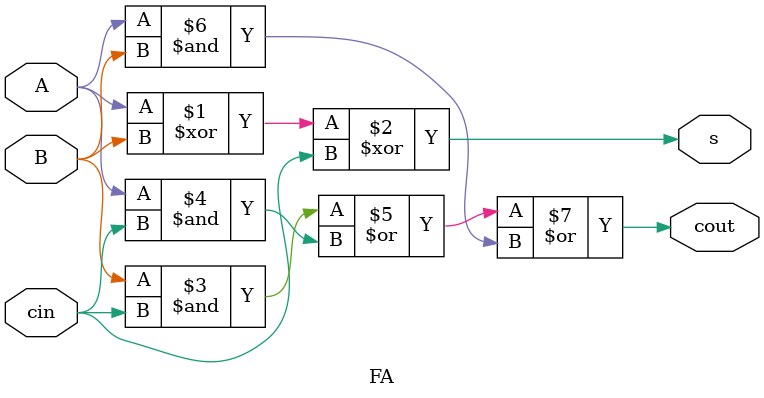
<source format=v>
module adder(LEDR, SW);
	input [9:0] SW;
	output[9:0] LEDR;
	wire c1, c2, c3;
	FA one(.A(SW[0]),
		.B(SW[6]),
		.cin(SW[5]),
		.s(LEDR[0]),
		.cout(c1));
		
	FA two(.A(SW[1]),
		.B(SW[7]),
		.cin(c1),
		.s(LEDR[1]),
		.cout(c2));
	
	FA three(.A(SW[2]),
		.B(SW[8]),
		.cin(c2),
		.s(LEDR[2]),
		.cout(c3));
	
	FA four(.A(SW[3]),
		.B(SW[9]),
		.cin(c3),
		.s(LEDR[3]),
		.cout(LEDR[4]));
endmodule

module FA(A,B,cin,s,cout);
	input A,B,cin;
	output s,cout;
	assign s = A^B^cin;
	assign cout = (B & cin) | (A & cin) | (A & B);
endmodule
	
</source>
